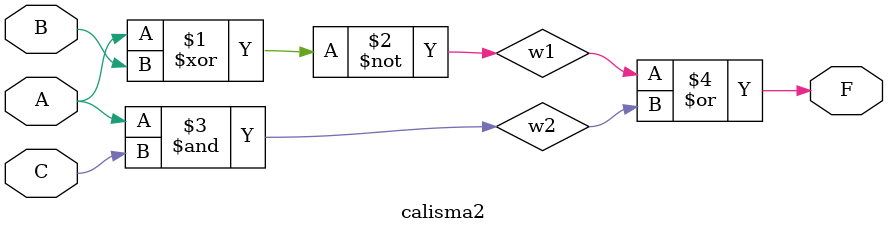
<source format=sv>
`timescale 1ns / 1ps


module calisma2(
    input logic A,
    input logic B,
    input logic C,
    output logic F
    );

    logic w1, w2; // ara sinyaller

    xnor(w1,A,B);
    and(w2,A,C);
    or(F,w1,w2);

    // assign F = (!A && !B) || (A && C) || (A && B);
    // assign F = (A !~ B) | (A & C);

endmodule

</source>
